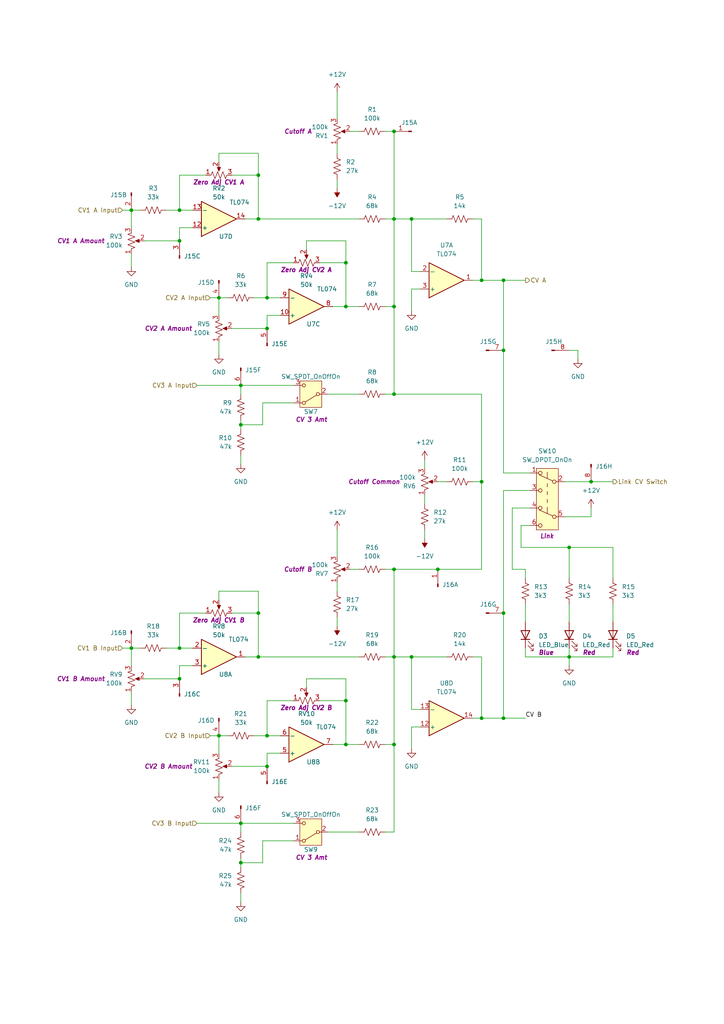
<source format=kicad_sch>
(kicad_sch (version 20231120) (generator "eeschema") (generator_version "8.0")
  (paper "A4" portrait)
  (title_block (company "DMH Instruments") (comment 1 "PCB for 15cm Kosmo format synthesizer module"))
  (lib_symbols
    (symbol "Amplifier_Operational:TL074" (pin_names (offset 0.127))
      (property "Reference" "U" (at 0 5.08 0))
      (property "Value" "TL074" (at 0 -5.08 0))
      (symbol "TL074_1_1"
        (polyline (pts (xy -5.08 5.08) (xy 5.08 0) (xy -5.08 -5.08) (xy -5.08 5.08)) (stroke (width 0.254)) (fill (type background)))
        (pin output line (at 7.62 0 180) (length 2.54) (name "~") (number "1"))
        (pin input line (at -7.62 -2.54 0) (length 2.54) (name "-") (number "2"))
        (pin input line (at -7.62 2.54 0) (length 2.54) (name "+") (number "3"))
      )
      (symbol "TL074_2_1"
        (polyline (pts (xy -5.08 5.08) (xy 5.08 0) (xy -5.08 -5.08) (xy -5.08 5.08)) (stroke (width 0.254)) (fill (type background)))
        (pin input line (at -7.62 2.54 0) (length 2.54) (name "+") (number "5"))
        (pin input line (at -7.62 -2.54 0) (length 2.54) (name "-") (number "6"))
        (pin output line (at 7.62 0 180) (length 2.54) (name "~") (number "7"))
      )
      (symbol "TL074_3_1"
        (polyline (pts (xy -5.08 5.08) (xy 5.08 0) (xy -5.08 -5.08) (xy -5.08 5.08)) (stroke (width 0.254)) (fill (type background)))
        (pin input line (at -7.62 2.54 0) (length 2.54) (name "+") (number "10"))
        (pin output line (at 7.62 0 180) (length 2.54) (name "~") (number "8"))
        (pin input line (at -7.62 -2.54 0) (length 2.54) (name "-") (number "9"))
      )
      (symbol "TL074_4_1"
        (polyline (pts (xy -5.08 5.08) (xy 5.08 0) (xy -5.08 -5.08) (xy -5.08 5.08)) (stroke (width 0.254)) (fill (type background)))
        (pin input line (at -7.62 2.54 0) (length 2.54) (name "+") (number "12"))
        (pin input line (at -7.62 -2.54 0) (length 2.54) (name "-") (number "13"))
        (pin output line (at 7.62 0 180) (length 2.54) (name "~") (number "14"))
      )
      (symbol "TL074_5_1"
        (pin power_in line (at -2.54 -7.62 90) (length 3.81) (name "V-") (number "11"))
        (pin power_in line (at -2.54 7.62 270) (length 3.81) (name "V+") (number "4"))
      )
    )
    (symbol "Device:LED" (pin_numbers hide) (pin_names (offset 1.016) hide)
      (property "Reference" "D" (at 0 2.54 0))
      (property "Value" "LED" (at 0 -2.54 0))
      (symbol "LED_0_1"
        (polyline (pts (xy -1.27 -1.27) (xy -1.27 1.27)) (stroke (width 0.254)))
        (polyline (pts (xy -1.27 0) (xy 1.27 0)))
        (polyline (pts (xy 1.27 -1.27) (xy 1.27 1.27) (xy -1.27 0) (xy 1.27 -1.27)) (stroke (width 0.254)))
        (polyline (pts (xy -3.048 -0.762) (xy -4.572 -2.286) (xy -3.81 -2.286) (xy -4.572 -2.286) (xy -4.572 -1.524)))
        (polyline (pts (xy -1.778 -0.762) (xy -3.302 -2.286) (xy -2.54 -2.286) (xy -3.302 -2.286) (xy -3.302 -1.524)))
      )
      (symbol "LED_1_1"
        (pin passive line (at -3.81 0 0) (length 2.54) (name "K") (number "1"))
        (pin passive line (at 3.81 0 180) (length 2.54) (name "A") (number "2"))
      )
    )
    (symbol "Device:R_Potentiometer_US" (pin_names (offset 1.016) hide)
      (property "Reference" "RV" (at -4.445 0 90))
      (property "Value" "R_Potentiometer_US" (at -2.54 0 90))
      (symbol "R_Potentiometer_US_0_1"
        (polyline (pts (xy 0 -2.286) (xy 0 -2.54)))
        (polyline (pts (xy 0 2.54) (xy 0 2.286)))
        (polyline (pts (xy 2.54 0) (xy 1.524 0)))
        (polyline (pts (xy 1.143 0) (xy 2.286 0.508) (xy 2.286 -0.508) (xy 1.143 0)) (fill (type outline)))
        (polyline (pts (xy 0 -0.762) (xy 1.016 -1.143) (xy 0 -1.524) (xy -1.016 -1.905) (xy 0 -2.286)))
        (polyline (pts (xy 0 0.762) (xy 1.016 0.381) (xy 0 0) (xy -1.016 -0.381) (xy 0 -0.762)))
        (polyline (pts (xy 0 2.286) (xy 1.016 1.905) (xy 0 1.524) (xy -1.016 1.143) (xy 0 0.762)))
      )
      (symbol "R_Potentiometer_US_1_1"
        (pin passive line (at 0 3.81 270) (length 1.27) (name "1") (number "1"))
        (pin passive line (at 3.81 0 180) (length 1.27) (name "2") (number "2"))
        (pin passive line (at 0 -3.81 90) (length 1.27) (name "3") (number "3"))
      )
    )
    (symbol "Device:R_US" (pin_numbers hide) (pin_names (offset 0))
      (property "Reference" "R" (at 2.54 0 90))
      (property "Value" "R_US" (at -2.54 0 90))
      (symbol "R_US_0_1"
        (polyline (pts (xy 0 -2.286) (xy 0 -2.54)))
        (polyline (pts (xy 0 2.286) (xy 0 2.54)))
        (polyline (pts (xy 0 -0.762) (xy 1.016 -1.143) (xy 0 -1.524) (xy -1.016 -1.905) (xy 0 -2.286)))
        (polyline (pts (xy 0 0.762) (xy 1.016 0.381) (xy 0 0) (xy -1.016 -0.381) (xy 0 -0.762)))
        (polyline (pts (xy 0 2.286) (xy 1.016 1.905) (xy 0 1.524) (xy -1.016 1.143) (xy 0 0.762)))
      )
      (symbol "R_US_1_1"
        (pin passive line (at 0 3.81 270) (length 1.27) (name "~") (number "1"))
        (pin passive line (at 0 -3.81 90) (length 1.27) (name "~") (number "2"))
      )
    )
    (symbol "Switch:SW_SPDT" (pin_names (offset 0) hide)
      (property "Reference" "SW" (at 0 5.08 0))
      (property "Value" "SW_SPDT" (at 0 -5.08 0))
      (symbol "SW_SPDT_0_1"
        (circle (center -2.032 0) (radius 0.4572))
        (polyline (pts (xy -1.651 0.254) (xy 1.651 2.286)))
        (circle (center 2.032 -2.54) (radius 0.4572))
        (circle (center 2.032 2.54) (radius 0.4572))
      )
      (symbol "SW_SPDT_1_1"
        (rectangle (start -3.175 3.81) (end 3.175 -3.81) (fill (type background)))
        (pin passive line (at 5.08 2.54 180) (length 2.54) (name "A") (number "1"))
        (pin passive line (at -5.08 0 0) (length 2.54) (name "B") (number "2"))
        (pin passive line (at 5.08 -2.54 180) (length 2.54) (name "C") (number "3"))
      )
    )
    (symbol "SynthStuff:Conn_01x08_PinHeader" (pin_names (offset 1.016) hide)
      (property "Reference" "J" (at 0 2.54 0))
      (symbol "Conn_01x08_PinHeader_1_1"
        (polyline (pts (xy 1.27 0) (xy 0.8636 0)) (stroke (width 0.1524)))
        (rectangle (start 0.8636 0.127) (end 0 -0.127) (stroke (width 0.1524)) (fill (type outline)))
        (pin passive line (at 5.08 0 180) (length 3.81) (name "Pin_1") (number "1"))
      )
      (symbol "Conn_01x08_PinHeader_2_1"
        (polyline (pts (xy 1.27 0) (xy 0.8636 0)) (stroke (width 0.1524)))
        (rectangle (start 0.8636 0.127) (end 0 -0.127) (stroke (width 0.1524)) (fill (type outline)))
        (pin passive line (at 5.08 0 180) (length 3.81) (name "Pin_2") (number "2"))
      )
      (symbol "Conn_01x08_PinHeader_3_1"
        (polyline (pts (xy 1.27 0) (xy 0.8636 0)) (stroke (width 0.1524)))
        (rectangle (start 0.8636 0.127) (end 0 -0.127) (stroke (width 0.1524)) (fill (type outline)))
        (pin passive line (at 5.08 0 180) (length 3.81) (name "Pin_3") (number "3"))
      )
      (symbol "Conn_01x08_PinHeader_4_1"
        (polyline (pts (xy 1.27 0) (xy 0.8636 0)) (stroke (width 0.1524)))
        (rectangle (start 0.8636 0.127) (end 0 -0.127) (stroke (width 0.1524)) (fill (type outline)))
        (pin passive line (at 5.08 0 180) (length 3.81) (name "Pin_4") (number "4"))
      )
      (symbol "Conn_01x08_PinHeader_5_1"
        (polyline (pts (xy 1.27 0) (xy 0.8636 0)) (stroke (width 0.1524)))
        (rectangle (start 0.8636 0.127) (end 0 -0.127) (stroke (width 0.1524)) (fill (type outline)))
        (pin passive line (at 5.08 0 180) (length 3.81) (name "Pin_5") (number "5"))
      )
      (symbol "Conn_01x08_PinHeader_6_1"
        (polyline (pts (xy 1.27 0) (xy 0.8636 0)) (stroke (width 0.1524)))
        (rectangle (start 0.8636 0.127) (end 0 -0.127) (stroke (width 0.1524)) (fill (type outline)))
        (pin passive line (at 5.08 0 180) (length 3.81) (name "Pin_6") (number "6"))
      )
      (symbol "Conn_01x08_PinHeader_7_1"
        (polyline (pts (xy 1.27 0) (xy 0.8636 0)) (stroke (width 0.1524)))
        (rectangle (start 0.8636 0.127) (end 0 -0.127) (stroke (width 0.1524)) (fill (type outline)))
        (pin passive line (at 5.08 0 180) (length 3.81) (name "Pin_7") (number "7"))
      )
      (symbol "Conn_01x08_PinHeader_8_1"
        (polyline (pts (xy 1.27 0) (xy 0.8636 0)) (stroke (width 0.1524)))
        (rectangle (start 0.8636 0.127) (end 0 -0.127) (stroke (width 0.1524)) (fill (type outline)))
        (pin passive line (at 5.08 0 180) (length 3.81) (name "Pin_8") (number "8"))
      )
    )
    (symbol "SynthStuff:Switch_DPDT" (pin_names (offset 0) hide)
      (property "Reference" "SW" (at 0 -13.97 0))
      (property "Value" "SW_DPDT" (at 0 -11.43 0))
      (symbol "Switch_DPDT_0_0"
        (circle (center -2.032 -5.08) (radius 0.508))
        (circle (center -2.032 5.08) (radius 0.508))
        (circle (center 2.032 -7.62) (radius 0.508))
        (circle (center 2.032 2.54) (radius 0.508))
      )
      (symbol "Switch_DPDT_0_1"
        (polyline (pts (xy -1.524 -4.826) (xy 2.3368 -3.0988)))
        (polyline (pts (xy -1.524 5.334) (xy 2.3368 7.0612)))
        (polyline (pts (xy 0 -2.286) (xy 0 -4.064)))
        (polyline (pts (xy 0 -1.016) (xy 0 0)))
        (polyline (pts (xy 0 1.27) (xy 0 2.286)))
        (polyline (pts (xy 0 3.556) (xy 0 4.572)))
        (polyline (pts (xy 0 7.874) (xy 0 6.096)))
        (circle (center 2.032 -2.54) (radius 0.508))
        (circle (center 2.032 7.62) (radius 0.508))
      )
      (symbol "Switch_DPDT_1_1"
        (rectangle (start -3.175 8.89) (end 3.175 -8.89) (fill (type background)))
        (pin passive line (at 5.08 7.62 180) (length 2.54) (name "A") (number "1"))
        (pin passive line (at -5.08 5.08 0) (length 2.54) (name "B") (number "2"))
        (pin passive line (at 5.08 2.54 180) (length 2.54) (name "C") (number "3"))
        (pin passive line (at 5.08 -2.54 180) (length 2.54) (name "A") (number "4"))
        (pin passive line (at -5.08 -5.08 0) (length 2.54) (name "B") (number "5"))
        (pin passive line (at 5.08 -7.62 180) (length 2.54) (name "C") (number "6"))
      )
    )
    (symbol "power:+12V" (power) (pin_numbers hide) (pin_names (offset 0) hide)
      (property "Value" "+12V" (at 0 3.556 0))
      (symbol "+12V_0_1"
        (polyline (pts (xy -0.762 1.27) (xy 0 2.54)))
        (polyline (pts (xy 0 0) (xy 0 2.54)))
        (polyline (pts (xy 0 2.54) (xy 0.762 1.27)))
      )
      (symbol "+12V_1_1"
        (pin power_in line (at 0 0 90) (length 0) (name "~") (number "1"))
      )
    )
    (symbol "power:-12V" (power) (pin_numbers hide) (pin_names (offset 0) hide)
      (property "Value" "-12V" (at 0 3.556 0))
      (symbol "-12V_0_0"
        (pin power_in line (at 0 0 90) (length 0) (name "~") (number "1"))
      )
      (symbol "-12V_0_1"
        (polyline (pts (xy 0 0) (xy 0 1.27) (xy 0.762 1.27) (xy 0 2.54) (xy -0.762 1.27) (xy 0 1.27)) (fill (type outline)))
      )
    )
    (symbol "power:GND" (power) (pin_numbers hide) (pin_names (offset 0) hide)
      (property "Value" "GND" (at 0 -3.81 0))
      (symbol "GND_0_1"
        (polyline (pts (xy 0 0) (xy 0 -1.27) (xy 1.27 -1.27) (xy 0 -2.54) (xy -1.27 -1.27) (xy 0 -1.27)))
      )
      (symbol "GND_1_1"
        (pin power_in line (at 0 0 270) (length 0) (name "~") (number "1"))
      )
    )
  )
  (junction (at 74.93 190.5))
  (junction (at 114.3 63.5))
  (junction (at 119.38 190.5))
  (junction (at 146.05 208.28))
  (junction (at 69.85 123.19))
  (junction (at 52.07 196.85))
  (junction (at 100.33 203.2))
  (junction (at 63.5 86.36))
  (junction (at 38.1 60.96))
  (junction (at 100.33 215.9))
  (junction (at 38.1 187.96))
  (junction (at 74.93 177.8))
  (junction (at 69.85 111.76))
  (junction (at 74.93 50.8))
  (junction (at 114.3 114.3))
  (junction (at 114.3 38.1))
  (junction (at 114.3 190.5))
  (junction (at 69.85 238.76))
  (junction (at 63.5 213.36))
  (junction (at 139.7 208.28))
  (junction (at 146.05 177.8))
  (junction (at 165.1 158.75))
  (junction (at 146.05 81.28))
  (junction (at 171.45 139.7))
  (junction (at 77.47 95.25))
  (junction (at 139.7 139.7))
  (junction (at 114.3 215.9))
  (junction (at 114.3 88.9))
  (junction (at 77.47 222.25))
  (junction (at 127 165.1))
  (junction (at 100.33 88.9))
  (junction (at 100.33 76.2))
  (junction (at 52.07 60.96))
  (junction (at 114.3 165.1))
  (junction (at 165.1 190.5))
  (junction (at 74.93 63.5))
  (junction (at 52.07 187.96))
  (junction (at 52.07 69.85))
  (junction (at 119.38 63.5))
  (junction (at 139.7 81.28))
  (junction (at 77.47 86.36))
  (junction (at 146.05 101.6))
  (junction (at 69.85 250.19))
  (junction (at 77.47 213.36))
  (wire (pts (xy 88.9 69.85) (xy 100.33 69.85)))
  (wire (pts (xy 88.9 196.85) (xy 100.33 196.85)))
  (wire (pts (xy 100.33 69.85) (xy 100.33 76.2)))
  (wire (pts (xy 77.47 213.36) (xy 81.28 213.36)))
  (wire (pts (xy 41.91 196.85) (xy 52.07 196.85)))
  (wire (pts (xy 69.85 238.76) (xy 69.85 241.3)))
  (wire (pts (xy 97.79 179.07) (xy 97.79 181.61)))
  (wire (pts (xy 152.4 187.96) (xy 152.4 190.5)))
  (wire (pts (xy 35.56 187.96) (xy 38.1 187.96)))
  (wire (pts (xy 76.2 116.84) (xy 76.2 123.19)))
  (wire (pts (xy 146.05 81.28) (xy 152.4 81.28)))
  (wire (pts (xy 92.71 203.2) (xy 100.33 203.2)))
  (wire (pts (xy 146.05 81.28) (xy 146.05 101.6)))
  (wire (pts (xy 153.67 152.4) (xy 151.13 152.4)))
  (wire (pts (xy 127 139.7) (xy 129.54 139.7)))
  (wire (pts (xy 163.83 139.7) (xy 171.45 139.7)))
  (wire (pts (xy 67.31 50.8) (xy 74.93 50.8)))
  (wire (pts (xy 139.7 208.28) (xy 137.16 208.28)))
  (wire (pts (xy 77.47 203.2) (xy 77.47 213.36)))
  (wire (pts (xy 100.33 88.9) (xy 104.14 88.9)))
  (wire (pts (xy 139.7 208.28) (xy 146.05 208.28)))
  (wire (pts (xy 41.91 69.85) (xy 52.07 69.85)))
  (wire (pts (xy 146.05 208.28) (xy 152.4 208.28)))
  (wire (pts (xy 67.31 222.25) (xy 77.47 222.25)))
  (wire (pts (xy 121.92 83.82) (xy 119.38 83.82)))
  (wire (pts (xy 38.1 193.04) (xy 38.1 187.96)))
  (wire (pts (xy 74.93 63.5) (xy 71.12 63.5)))
  (wire (pts (xy 38.1 187.96) (xy 40.64 187.96)))
  (wire (pts (xy 38.1 73.66) (xy 38.1 77.47)))
  (wire (pts (xy 137.16 190.5) (xy 139.7 190.5)))
  (wire (pts (xy 139.7 139.7) (xy 139.7 165.1)))
  (wire (pts (xy 52.07 66.04) (xy 55.88 66.04)))
  (wire (pts (xy 177.8 158.75) (xy 177.8 167.64)))
  (wire (pts (xy 119.38 205.74) (xy 121.92 205.74)))
  (wire (pts (xy 77.47 222.25) (xy 77.47 218.44)))
  (wire (pts (xy 97.79 41.91) (xy 97.79 44.45)))
  (wire (pts (xy 77.47 86.36) (xy 81.28 86.36)))
  (wire (pts (xy 111.76 190.5) (xy 114.3 190.5)))
  (wire (pts (xy 97.79 52.07) (xy 97.79 54.61)))
  (wire (pts (xy 165.1 190.5) (xy 165.1 193.04)))
  (wire (pts (xy 139.7 165.1) (xy 127 165.1)))
  (wire (pts (xy 114.3 215.9) (xy 114.3 241.3)))
  (wire (pts (xy 48.26 187.96) (xy 52.07 187.96)))
  (wire (pts (xy 35.56 60.96) (xy 38.1 60.96)))
  (wire (pts (xy 76.2 243.84) (xy 85.09 243.84)))
  (wire (pts (xy 69.85 121.92) (xy 69.85 123.19)))
  (wire (pts (xy 111.76 114.3) (xy 114.3 114.3)))
  (wire (pts (xy 76.2 250.19) (xy 69.85 250.19)))
  (wire (pts (xy 97.79 168.91) (xy 97.79 171.45)))
  (wire (pts (xy 52.07 50.8) (xy 52.07 60.96)))
  (wire (pts (xy 52.07 50.8) (xy 59.69 50.8)))
  (wire (pts (xy 52.07 177.8) (xy 59.69 177.8)))
  (wire (pts (xy 165.1 187.96) (xy 165.1 190.5)))
  (wire (pts (xy 76.2 123.19) (xy 69.85 123.19)))
  (wire (pts (xy 74.93 44.45) (xy 74.93 50.8)))
  (wire (pts (xy 69.85 111.76) (xy 69.85 114.3)))
  (wire (pts (xy 63.5 173.99) (xy 63.5 171.45)))
  (wire (pts (xy 165.1 158.75) (xy 165.1 167.64)))
  (wire (pts (xy 69.85 238.76) (xy 85.09 238.76)))
  (wire (pts (xy 88.9 199.39) (xy 88.9 196.85)))
  (wire (pts (xy 165.1 190.5) (xy 177.8 190.5)))
  (wire (pts (xy 97.79 26.67) (xy 97.79 34.29)))
  (wire (pts (xy 38.1 60.96) (xy 38.1 66.04)))
  (wire (pts (xy 85.09 203.2) (xy 77.47 203.2)))
  (wire (pts (xy 88.9 72.39) (xy 88.9 69.85)))
  (wire (pts (xy 139.7 81.28) (xy 137.16 81.28)))
  (wire (pts (xy 67.31 177.8) (xy 74.93 177.8)))
  (wire (pts (xy 100.33 196.85) (xy 100.33 203.2)))
  (wire (pts (xy 177.8 187.96) (xy 177.8 190.5)))
  (wire (pts (xy 63.5 99.06) (xy 63.5 102.87)))
  (wire (pts (xy 73.66 213.36) (xy 77.47 213.36)))
  (wire (pts (xy 63.5 226.06) (xy 63.5 229.87)))
  (wire (pts (xy 148.59 165.1) (xy 152.4 165.1)))
  (wire (pts (xy 63.5 86.36) (xy 66.04 86.36)))
  (wire (pts (xy 114.3 38.1) (xy 114.3 63.5)))
  (wire (pts (xy 63.5 44.45) (xy 74.93 44.45)))
  (wire (pts (xy 63.5 218.44) (xy 63.5 213.36)))
  (wire (pts (xy 92.71 76.2) (xy 100.33 76.2)))
  (wire (pts (xy 111.76 38.1) (xy 114.3 38.1)))
  (wire (pts (xy 123.19 133.35) (xy 123.19 135.89)))
  (wire (pts (xy 77.47 76.2) (xy 77.47 86.36)))
  (wire (pts (xy 123.19 153.67) (xy 123.19 156.21)))
  (wire (pts (xy 96.52 88.9) (xy 100.33 88.9)))
  (wire (pts (xy 146.05 208.28) (xy 146.05 177.8)))
  (wire (pts (xy 171.45 149.86) (xy 163.83 149.86)))
  (wire (pts (xy 114.3 63.5) (xy 114.3 88.9)))
  (wire (pts (xy 127 165.1) (xy 114.3 165.1)))
  (wire (pts (xy 123.19 143.51) (xy 123.19 146.05)))
  (wire (pts (xy 74.93 63.5) (xy 104.14 63.5)))
  (wire (pts (xy 101.6 38.1) (xy 104.14 38.1)))
  (wire (pts (xy 121.92 210.82) (xy 119.38 210.82)))
  (wire (pts (xy 152.4 175.26) (xy 152.4 180.34)))
  (wire (pts (xy 85.09 76.2) (xy 77.47 76.2)))
  (wire (pts (xy 151.13 158.75) (xy 165.1 158.75)))
  (wire (pts (xy 52.07 60.96) (xy 55.88 60.96)))
  (wire (pts (xy 146.05 142.24) (xy 153.67 142.24)))
  (wire (pts (xy 74.93 190.5) (xy 104.14 190.5)))
  (wire (pts (xy 177.8 175.26) (xy 177.8 180.34)))
  (wire (pts (xy 152.4 190.5) (xy 165.1 190.5)))
  (wire (pts (xy 95.25 241.3) (xy 104.14 241.3)))
  (wire (pts (xy 52.07 69.85) (xy 52.07 66.04)))
  (wire (pts (xy 69.85 259.08) (xy 69.85 261.62)))
  (wire (pts (xy 67.31 95.25) (xy 77.47 95.25)))
  (wire (pts (xy 139.7 190.5) (xy 139.7 208.28)))
  (wire (pts (xy 57.15 111.76) (xy 69.85 111.76)))
  (wire (pts (xy 165.1 175.26) (xy 165.1 180.34)))
  (wire (pts (xy 167.64 101.6) (xy 167.64 104.14)))
  (wire (pts (xy 139.7 63.5) (xy 139.7 81.28)))
  (wire (pts (xy 38.1 200.66) (xy 38.1 204.47)))
  (wire (pts (xy 171.45 147.32) (xy 171.45 149.86)))
  (wire (pts (xy 119.38 78.74) (xy 121.92 78.74)))
  (wire (pts (xy 153.67 147.32) (xy 148.59 147.32)))
  (wire (pts (xy 137.16 63.5) (xy 139.7 63.5)))
  (wire (pts (xy 63.5 91.44) (xy 63.5 86.36)))
  (wire (pts (xy 111.76 63.5) (xy 114.3 63.5)))
  (wire (pts (xy 152.4 165.1) (xy 152.4 167.64)))
  (wire (pts (xy 119.38 190.5) (xy 119.38 205.74)))
  (wire (pts (xy 114.3 88.9) (xy 114.3 114.3)))
  (wire (pts (xy 111.76 241.3) (xy 114.3 241.3)))
  (wire (pts (xy 100.33 203.2) (xy 100.33 215.9)))
  (wire (pts (xy 74.93 177.8) (xy 74.93 190.5)))
  (wire (pts (xy 101.6 165.1) (xy 104.14 165.1)))
  (wire (pts (xy 57.15 238.76) (xy 69.85 238.76)))
  (wire (pts (xy 63.5 46.99) (xy 63.5 44.45)))
  (wire (pts (xy 69.85 111.76) (xy 85.09 111.76)))
  (wire (pts (xy 76.2 243.84) (xy 76.2 250.19)))
  (wire (pts (xy 74.93 190.5) (xy 71.12 190.5)))
  (wire (pts (xy 139.7 114.3) (xy 139.7 139.7)))
  (wire (pts (xy 165.1 101.6) (xy 167.64 101.6)))
  (wire (pts (xy 77.47 91.44) (xy 81.28 91.44)))
  (wire (pts (xy 97.79 153.67) (xy 97.79 161.29)))
  (wire (pts (xy 77.47 95.25) (xy 77.47 91.44)))
  (wire (pts (xy 69.85 123.19) (xy 69.85 124.46)))
  (wire (pts (xy 165.1 158.75) (xy 177.8 158.75)))
  (wire (pts (xy 69.85 250.19) (xy 69.85 251.46)))
  (wire (pts (xy 111.76 88.9) (xy 114.3 88.9)))
  (wire (pts (xy 95.25 114.3) (xy 104.14 114.3)))
  (wire (pts (xy 60.96 213.36) (xy 63.5 213.36)))
  (wire (pts (xy 100.33 76.2) (xy 100.33 88.9)))
  (wire (pts (xy 171.45 139.7) (xy 177.8 139.7)))
  (wire (pts (xy 111.76 215.9) (xy 114.3 215.9)))
  (wire (pts (xy 77.47 218.44) (xy 81.28 218.44)))
  (wire (pts (xy 85.09 116.84) (xy 76.2 116.84)))
  (wire (pts (xy 153.67 137.16) (xy 146.05 137.16)))
  (wire (pts (xy 52.07 177.8) (xy 52.07 187.96)))
  (wire (pts (xy 69.85 248.92) (xy 69.85 250.19)))
  (wire (pts (xy 119.38 63.5) (xy 119.38 78.74)))
  (wire (pts (xy 146.05 101.6) (xy 146.05 137.16)))
  (wire (pts (xy 38.1 60.96) (xy 40.64 60.96)))
  (wire (pts (xy 148.59 147.32) (xy 148.59 165.1)))
  (wire (pts (xy 74.93 50.8) (xy 74.93 63.5)))
  (wire (pts (xy 63.5 171.45) (xy 74.93 171.45)))
  (wire (pts (xy 96.52 215.9) (xy 100.33 215.9)))
  (wire (pts (xy 114.3 190.5) (xy 114.3 215.9)))
  (wire (pts (xy 69.85 132.08) (xy 69.85 134.62)))
  (wire (pts (xy 139.7 81.28) (xy 146.05 81.28)))
  (wire (pts (xy 60.96 86.36) (xy 63.5 86.36)))
  (wire (pts (xy 119.38 83.82) (xy 119.38 90.17)))
  (wire (pts (xy 129.54 190.5) (xy 119.38 190.5)))
  (wire (pts (xy 137.16 139.7) (xy 139.7 139.7)))
  (wire (pts (xy 119.38 210.82) (xy 119.38 217.17)))
  (wire (pts (xy 73.66 86.36) (xy 77.47 86.36)))
  (wire (pts (xy 114.3 190.5) (xy 119.38 190.5)))
  (wire (pts (xy 63.5 213.36) (xy 66.04 213.36)))
  (wire (pts (xy 52.07 187.96) (xy 55.88 187.96)))
  (wire (pts (xy 114.3 114.3) (xy 139.7 114.3)))
  (wire (pts (xy 111.76 165.1) (xy 114.3 165.1)))
  (wire (pts (xy 74.93 171.45) (xy 74.93 177.8)))
  (wire (pts (xy 114.3 63.5) (xy 119.38 63.5)))
  (wire (pts (xy 151.13 152.4) (xy 151.13 158.75)))
  (wire (pts (xy 100.33 215.9) (xy 104.14 215.9)))
  (wire (pts (xy 48.26 60.96) (xy 52.07 60.96)))
  (wire (pts (xy 114.3 165.1) (xy 114.3 190.5)))
  (wire (pts (xy 52.07 193.04) (xy 55.88 193.04)))
  (wire (pts (xy 146.05 177.8) (xy 146.05 142.24)))
  (wire (pts (xy 52.07 196.85) (xy 52.07 193.04)))
  (wire (pts (xy 129.54 63.5) (xy 119.38 63.5)))
  (label "CV B" (at 152.4 208.28 0))
  (hierarchical_label "CV1 B Input" (shape input) (at 35.56 187.96 180))
  (hierarchical_label "CV1 A Input" (shape input) (at 35.56 60.96 180))
  (hierarchical_label "CV A" (shape output) (at 152.4 81.28 0))
  (hierarchical_label "CV2 B Input" (shape input) (at 60.96 213.36 180))
  (hierarchical_label "CV3 B Input" (shape input) (at 57.15 238.76 180))
  (hierarchical_label "Link CV Switch" (shape output) (at 177.8 139.7 0))
  (hierarchical_label "CV2 A Input" (shape input) (at 60.96 86.36 180))
  (hierarchical_label "CV3 A Input" (shape input) (at 57.15 111.76 180))
  (symbol (lib_id "Device:R_US") (at 177.8 171.45 0) (unit 1)
    (property "Reference" "R15" (at 180.34 170.1799 0) (effects (justify left)))
    (property "Value" "3k3" (at 180.34 172.7199 0) (effects (justify left)))
    (property "Footprint" "Resistor_THT:R_Axial_DIN0207_L6.3mm_D2.5mm_P7.62mm_Horizontal" (effects (hide yes)))
    (property "Description" "Resistor, US symbol" (effects (hide yes)))
  )
  (symbol (lib_id "power:GND") (at 63.5 102.87 0) (unit 1)
    (property "Reference" "#PWR019" (effects (hide yes)))
    (property "Value" "GND" (at 63.5 107.95 0))
    (property "Description" "Power symbol creates a global label with name \"GND\" , ground" (effects (hide yes)))
  )
  (symbol (lib_id "power:+12V") (at 171.45 147.32 0) (unit 1)
    (property "Reference" "#PWR022" (effects (hide yes)))
    (property "Value" "+12V" (at 171.45 142.24 0))
    (property "Description" "Power symbol creates a global label with name \"+12V\"" (effects (hide yes)))
  )
  (symbol (lib_id "SynthStuff:Conn_01x08_PinHeader") (at 69.85 106.68 270) (unit 6)
    (property "Reference" "J15" (at 71.12 107.3149 90) (effects (justify left)))
    (property "Value" "Conn_01x08_PinHeader" (effects (hide yes)))
    (property "Footprint" "Connector_PinHeader_2.54mm:PinHeader_1x10_P2.54mm_Vertical" (effects (hide yes)))
    (property "Description" "Generic connector, single row, 01x08" (effects (hide yes)))
  )
  (symbol (lib_id "SynthStuff:Conn_01x08_PinHeader") (at 63.5 81.28 270) (unit 4)
    (property "Reference" "J15" (at 62.23 81.9149 90) (effects (justify right)))
    (property "Value" "Conn_01x08_PinHeader" (effects (hide yes)))
    (property "Footprint" "Connector_PinHeader_2.54mm:PinHeader_1x10_P2.54mm_Vertical" (effects (hide yes)))
    (property "Description" "Generic connector, single row, 01x08" (effects (hide yes)))
  )
  (symbol (lib_id "SynthStuff:Conn_01x08_PinHeader") (at 119.38 38.1 180) (unit 1)
    (property "Reference" "J15" (at 118.745 35.56 0))
    (property "Value" "Conn_01x08_PinHeader" (effects (hide yes)))
    (property "Footprint" "Connector_PinHeader_2.54mm:PinHeader_1x10_P2.54mm_Vertical" (effects (hide yes)))
    (property "Description" "Generic connector, single row, 01x08" (effects (hide yes)))
  )
  (symbol (lib_id "Device:R_US") (at 97.79 175.26 0) (unit 1)
    (property "Reference" "R17" (at 100.33 173.9899 0) (effects (justify left)))
    (property "Value" "27k" (at 100.33 176.5299 0) (effects (justify left)))
    (property "Footprint" "Resistor_THT:R_Axial_DIN0207_L6.3mm_D2.5mm_P7.62mm_Horizontal" (effects (hide yes)))
    (property "Description" "Resistor, US symbol" (effects (hide yes)))
  )
  (symbol (lib_id "SynthStuff:Conn_01x08_PinHeader") (at 160.02 101.6 0) (unit 8)
    (property "Reference" "J15" (at 160.655 99.06 0))
    (property "Value" "Conn_01x08_PinHeader" (effects (hide yes)))
    (property "Footprint" "Connector_PinHeader_2.54mm:PinHeader_1x10_P2.54mm_Vertical" (effects (hide yes)))
    (property "Description" "Generic connector, single row, 01x08" (effects (hide yes)))
  )
  (symbol (lib_id "power:GND") (at 119.38 217.17 0) (unit 1)
    (property "Reference" "#PWR028" (effects (hide yes)))
    (property "Value" "GND" (at 119.38 222.25 0))
    (property "Description" "Power symbol creates a global label with name \"GND\" , ground" (effects (hide yes)))
  )
  (symbol (lib_id "Device:R_US") (at 107.95 165.1 90) (unit 1)
    (property "Reference" "R16" (at 107.95 158.75 90))
    (property "Value" "100k" (at 107.95 161.29 90))
    (property "Footprint" "Resistor_THT:R_Axial_DIN0207_L6.3mm_D2.5mm_P7.62mm_Horizontal" (effects (hide yes)))
    (property "Description" "Resistor, US symbol" (effects (hide yes)))
  )
  (symbol (lib_id "Device:R_US") (at 165.1 171.45 0) (unit 1)
    (property "Reference" "R14" (at 167.64 170.1799 0) (effects (justify left)))
    (property "Value" "3k3" (at 167.64 172.7199 0) (effects (justify left)))
    (property "Footprint" "Resistor_THT:R_Axial_DIN0207_L6.3mm_D2.5mm_P7.62mm_Horizontal" (effects (hide yes)))
    (property "Description" "Resistor, US symbol" (effects (hide yes)))
  )
  (symbol (lib_id "Device:R_Potentiometer_US") (at 123.19 139.7 0) (mirror x) (unit 1)
    (property "Reference" "RV6" (at 120.65 140.9701 0) (effects (justify right)))
    (property "Value" "100k" (at 120.65 138.4301 0) (effects (justify right)))
    (property "Footprint" "SynthStuff:Potentiometer_Alpha_RD901F-40-00D_Single_Vertical" (effects (hide yes)))
    (property "Description" "Potentiometer, US symbol" (effects (hide yes)))
    (property "Function" "Cutoff Common" (at 108.458 139.7 0) (effects (font (thickness 0.254) (bold yes) (italic yes))))
  )
  (symbol (lib_id "power:GND") (at 63.5 229.87 0) (unit 1)
    (property "Reference" "#PWR029" (effects (hide yes)))
    (property "Value" "GND" (at 63.5 234.95 0))
    (property "Description" "Power symbol creates a global label with name \"GND\" , ground" (effects (hide yes)))
  )
  (symbol (lib_id "power:GND") (at 38.1 77.47 0) (unit 1)
    (property "Reference" "#PWR011" (effects (hide yes)))
    (property "Value" "GND" (at 38.1 82.55 0))
    (property "Description" "Power symbol creates a global label with name \"GND\" , ground" (effects (hide yes)))
  )
  (symbol (lib_id "Device:R_US") (at 107.95 63.5 90) (unit 1)
    (property "Reference" "R4" (at 107.95 57.15 90))
    (property "Value" "68k" (at 107.95 59.69 90))
    (property "Footprint" "Resistor_THT:R_Axial_DIN0207_L6.3mm_D2.5mm_P7.62mm_Horizontal" (effects (hide yes)))
    (property "Description" "Resistor, US symbol" (effects (hide yes)))
  )
  (symbol (lib_id "Device:R_Potentiometer_US") (at 88.9 203.2 90) (unit 1)
    (property "Reference" "RV10" (at 88.9 207.01 90))
    (property "Value" "50k" (at 88.9 209.55 90))
    (property "Footprint" "Potentiometer_THT:Potentiometer_Bourns_3296W_Vertical" (effects (hide yes)))
    (property "Description" "Potentiometer, US symbol" (effects (hide yes)))
    (property "Function" "Zero Adj CV2 B" (at 88.9 205.232 90) (effects (font (thickness 0.254) (bold yes) (italic yes))))
  )
  (symbol (lib_id "power:GND") (at 69.85 134.62 0) (unit 1)
    (property "Reference" "#PWR021" (effects (hide yes)))
    (property "Value" "GND" (at 69.85 139.7 0))
    (property "Description" "Power symbol creates a global label with name \"GND\" , ground" (effects (hide yes)))
  )
  (symbol (lib_id "Device:R_US") (at 107.95 114.3 270) (unit 1)
    (property "Reference" "R8" (at 107.95 107.95 90))
    (property "Value" "68k" (at 107.95 110.49 90))
    (property "Footprint" "Resistor_THT:R_Axial_DIN0207_L6.3mm_D2.5mm_P7.62mm_Horizontal" (effects (hide yes)))
    (property "Description" "Resistor, US symbol" (effects (hide yes)))
  )
  (symbol (lib_id "Device:R_US") (at 69.85 86.36 90) (unit 1)
    (property "Reference" "R6" (at 69.85 80.01 90))
    (property "Value" "33k" (at 69.85 82.55 90))
    (property "Footprint" "Resistor_THT:R_Axial_DIN0207_L6.3mm_D2.5mm_P7.62mm_Horizontal" (effects (hide yes)))
    (property "Description" "Resistor, US symbol" (effects (hide yes)))
  )
  (symbol (lib_id "power:+12V") (at 123.19 133.35 0) (unit 1)
    (property "Reference" "#PWR020" (effects (hide yes)))
    (property "Value" "+12V" (at 123.19 128.27 0))
    (property "Description" "Power symbol creates a global label with name \"+12V\"" (effects (hide yes)))
  )
  (symbol (lib_id "SynthStuff:Conn_01x08_PinHeader") (at 140.97 101.6 0) (unit 7)
    (property "Reference" "J15" (at 141.605 99.06 0))
    (property "Value" "Conn_01x08_PinHeader" (effects (hide yes)))
    (property "Footprint" "Connector_PinHeader_2.54mm:PinHeader_1x10_P2.54mm_Vertical" (effects (hide yes)))
    (property "Description" "Generic connector, single row, 01x08" (effects (hide yes)))
  )
  (symbol (lib_id "Device:R_US") (at 97.79 48.26 0) (unit 1)
    (property "Reference" "R2" (at 100.33 46.9899 0) (effects (justify left)))
    (property "Value" "27k" (at 100.33 49.5299 0) (effects (justify left)))
    (property "Footprint" "Resistor_THT:R_Axial_DIN0207_L6.3mm_D2.5mm_P7.62mm_Horizontal" (effects (hide yes)))
    (property "Description" "Resistor, US symbol" (effects (hide yes)))
  )
  (symbol (lib_id "Device:R_US") (at 107.95 190.5 90) (unit 1)
    (property "Reference" "R19" (at 107.95 184.15 90))
    (property "Value" "68k" (at 107.95 186.69 90))
    (property "Footprint" "Resistor_THT:R_Axial_DIN0207_L6.3mm_D2.5mm_P7.62mm_Horizontal" (effects (hide yes)))
    (property "Description" "Resistor, US symbol" (effects (hide yes)))
  )
  (symbol (lib_id "power:GND") (at 119.38 90.17 0) (unit 1)
    (property "Reference" "#PWR012" (effects (hide yes)))
    (property "Value" "GND" (at 119.38 95.25 0))
    (property "Description" "Power symbol creates a global label with name \"GND\" , ground" (effects (hide yes)))
  )
  (symbol (lib_id "Device:R_US") (at 133.35 63.5 90) (unit 1)
    (property "Reference" "R5" (at 133.35 57.15 90))
    (property "Value" "14k" (at 133.35 59.69 90))
    (property "Footprint" "Resistor_THT:R_Axial_DIN0207_L6.3mm_D2.5mm_P7.62mm_Horizontal" (effects (hide yes)))
    (property "Description" "Resistor, US symbol" (effects (hide yes)))
  )
  (symbol (lib_id "Switch:SW_SPDT") (at 90.17 114.3 180) (unit 1)
    (property "Reference" "SW7" (at 90.17 119.38 0))
    (property "Value" "SW_SPDT_OnOffOn" (at 90.17 109.22 0))
    (property "Footprint" "SynthStuff:Toggle_Switch_TE" (effects (hide yes)))
    (property "Description" "Switch, single pole double throw" (effects (hide yes)))
    (property "Function" "CV 3 Amt" (at 90.424 121.666 0) (effects (font (thickness 0.254) (bold yes) (italic yes))))
  )
  (symbol (lib_id "Device:R_Potentiometer_US") (at 63.5 177.8 90) (unit 1)
    (property "Reference" "RV8" (at 63.5 181.61 90))
    (property "Value" "50k" (at 63.5 184.15 90))
    (property "Footprint" "Potentiometer_THT:Potentiometer_Bourns_3296W_Vertical" (effects (hide yes)))
    (property "Description" "Potentiometer, US symbol" (effects (hide yes)))
    (property "Function" "Zero Adj CV1 B" (at 63.5 179.832 90) (effects (font (thickness 0.254) (bold yes) (italic yes))))
  )
  (symbol (lib_id "power:GND") (at 69.85 261.62 0) (unit 1)
    (property "Reference" "#PWR030" (effects (hide yes)))
    (property "Value" "GND" (at 69.85 266.7 0))
    (property "Description" "Power symbol creates a global label with name \"GND\" , ground" (effects (hide yes)))
  )
  (symbol (lib_id "Device:R_Potentiometer_US") (at 63.5 222.25 0) (mirror x) (unit 1)
    (property "Reference" "RV11" (at 60.96 220.9799 0) (effects (justify right)))
    (property "Value" "100k" (at 60.96 223.5199 0) (effects (justify right)))
    (property "Footprint" "SynthStuff:Potentiometer_TT_P110KH1" (effects (hide yes)))
    (property "Description" "Potentiometer, US symbol" (effects (hide yes)))
    (property "Function" "CV2 B Amount" (at 48.768 222.25 0) (effects (font (thickness 0.254) (bold yes) (italic yes))))
  )
  (symbol (lib_id "Device:R_Potentiometer_US") (at 97.79 165.1 0) (mirror x) (unit 1)
    (property "Reference" "RV7" (at 95.25 166.3701 0) (effects (justify right)))
    (property "Value" "100k" (at 95.25 163.8301 0) (effects (justify right)))
    (property "Footprint" "SynthStuff:Potentiometer_Alpha_RD901F-40-00D_Single_Vertical" (effects (hide yes)))
    (property "Description" "Potentiometer, US symbol" (effects (hide yes)))
    (property "Function" "Cutoff B" (at 86.36 165.1 0) (effects (font (thickness 0.254) (bold yes) (italic yes))))
  )
  (symbol (lib_id "Device:R_US") (at 133.35 190.5 90) (unit 1)
    (property "Reference" "R20" (at 133.35 184.15 90))
    (property "Value" "14k" (at 133.35 186.69 90))
    (property "Footprint" "Resistor_THT:R_Axial_DIN0207_L6.3mm_D2.5mm_P7.62mm_Horizontal" (effects (hide yes)))
    (property "Description" "Resistor, US symbol" (effects (hide yes)))
  )
  (symbol (lib_id "Device:LED") (at 152.4 184.15 90) (unit 1)
    (property "Reference" "D3" (at 156.21 184.4674 90) (effects (justify right)))
    (property "Value" "LED_Blue" (at 156.21 187.0074 90) (effects (justify right)))
    (property "Footprint" "LED_THT:LED_D3.0mm" (effects (hide yes)))
    (property "Description" "Light emitting diode" (effects (hide yes)))
    (property "Function" "Blue" (at 158.496 189.23 90) (effects (font (thickness 0.254) (bold yes) (italic yes))))
  )
  (symbol (lib_id "Device:R_US") (at 44.45 60.96 90) (unit 1)
    (property "Reference" "R3" (at 44.45 54.61 90))
    (property "Value" "33k" (at 44.45 57.15 90))
    (property "Footprint" "Resistor_THT:R_Axial_DIN0207_L6.3mm_D2.5mm_P7.62mm_Horizontal" (effects (hide yes)))
    (property "Description" "Resistor, US symbol" (effects (hide yes)))
  )
  (symbol (lib_id "SynthStuff:Conn_01x08_PinHeader") (at 52.07 201.93 270) (mirror x) (unit 3)
    (property "Reference" "J16" (at 53.34 201.2951 90) (effects (justify left)))
    (property "Value" "Conn_01x08_PinHeader" (effects (hide yes)))
    (property "Footprint" "Connector_PinHeader_2.54mm:PinHeader_1x10_P2.54mm_Vertical" (effects (hide yes)))
    (property "Description" "Generic connector, single row, 01x08" (effects (hide yes)))
  )
  (symbol (lib_id "SynthStuff:Conn_01x08_PinHeader") (at 127 170.18 90) (unit 1)
    (property "Reference" "J16" (at 128.27 169.5449 90) (effects (justify right)))
    (property "Value" "Conn_01x08_PinHeader" (effects (hide yes)))
    (property "Footprint" "Connector_PinHeader_2.54mm:PinHeader_1x10_P2.54mm_Vertical" (effects (hide yes)))
    (property "Description" "Generic connector, single row, 01x08" (effects (hide yes)))
  )
  (symbol (lib_id "Switch:SW_SPDT") (at 90.17 241.3 180) (unit 1)
    (property "Reference" "SW9" (at 90.17 246.38 0))
    (property "Value" "SW_SPDT_OnOffOn" (at 90.17 236.22 0))
    (property "Footprint" "SynthStuff:Toggle_Switch_TE" (effects (hide yes)))
    (property "Description" "Switch, single pole double throw" (effects (hide yes)))
    (property "Function" "CV 3 Amt" (at 90.424 248.666 0) (effects (font (thickness 0.254) (bold yes) (italic yes))))
  )
  (symbol (lib_id "Device:R_US") (at 69.85 128.27 0) (mirror x) (unit 1)
    (property "Reference" "R10" (at 67.31 126.9999 0) (effects (justify right)))
    (property "Value" "47k" (at 67.31 129.5399 0) (effects (justify right)))
    (property "Footprint" "Resistor_THT:R_Axial_DIN0207_L6.3mm_D2.5mm_P7.62mm_Horizontal" (effects (hide yes)))
    (property "Description" "Resistor, US symbol" (effects (hide yes)))
  )
  (symbol (lib_id "SynthStuff:Conn_01x08_PinHeader") (at 38.1 182.88 90) (mirror x) (unit 2)
    (property "Reference" "J16" (at 36.83 183.5149 90) (effects (justify left)))
    (property "Value" "Conn_01x08_PinHeader" (effects (hide yes)))
    (property "Footprint" "Connector_PinHeader_2.54mm:PinHeader_1x10_P2.54mm_Vertical" (effects (hide yes)))
    (property "Description" "Generic connector, single row, 01x08" (effects (hide yes)))
  )
  (symbol (lib_id "Device:R_Potentiometer_US") (at 38.1 69.85 0) (mirror x) (unit 1)
    (property "Reference" "RV3" (at 35.56 68.5799 0) (effects (justify right)))
    (property "Value" "100k" (at 35.56 71.1199 0) (effects (justify right)))
    (property "Footprint" "SynthStuff:Potentiometer_TT_P110KH1" (effects (hide yes)))
    (property "Description" "Potentiometer, US symbol" (effects (hide yes)))
    (property "Function" "CV1 A Amount" (at 23.368 69.85 0) (effects (font (thickness 0.254) (bold yes) (italic yes))))
  )
  (symbol (lib_id "Device:R_Potentiometer_US") (at 88.9 76.2 90) (unit 1)
    (property "Reference" "RV4" (at 88.9 80.01 90))
    (property "Value" "50k" (at 88.9 82.55 90))
    (property "Footprint" "Potentiometer_THT:Potentiometer_Bourns_3296W_Vertical" (effects (hide yes)))
    (property "Description" "Potentiometer, US symbol" (effects (hide yes)))
    (property "Function" "Zero Adj CV2 A" (at 88.9 78.232 90) (effects (font (thickness 0.254) (bold yes) (italic yes))))
  )
  (symbol (lib_id "Device:R_Potentiometer_US") (at 63.5 50.8 90) (unit 1)
    (property "Reference" "RV2" (at 63.5 54.61 90))
    (property "Value" "50k" (at 63.5 57.15 90))
    (property "Footprint" "Potentiometer_THT:Potentiometer_Bourns_3296W_Vertical" (effects (hide yes)))
    (property "Description" "Potentiometer, US symbol" (effects (hide yes)))
    (property "Function" "Zero Adj CV1 A" (at 63.5 52.832 90) (effects (font (thickness 0.254) (bold yes) (italic yes))))
  )
  (symbol (lib_id "power:-12V") (at 123.19 156.21 180) (unit 1)
    (property "Reference" "#PWR023" (effects (hide yes)))
    (property "Value" "-12V" (at 123.19 161.29 0))
    (property "Description" "Power symbol creates a global label with name \"-12V\"" (effects (hide yes)))
  )
  (symbol (lib_id "power:GND") (at 38.1 204.47 0) (unit 1)
    (property "Reference" "#PWR027" (effects (hide yes)))
    (property "Value" "GND" (at 38.1 209.55 0))
    (property "Description" "Power symbol creates a global label with name \"GND\" , ground" (effects (hide yes)))
  )
  (symbol (lib_id "Device:R_US") (at 69.85 245.11 0) (mirror x) (unit 1)
    (property "Reference" "R24" (at 67.31 243.8399 0) (effects (justify right)))
    (property "Value" "47k" (at 67.31 246.3799 0) (effects (justify right)))
    (property "Footprint" "Resistor_THT:R_Axial_DIN0207_L6.3mm_D2.5mm_P7.62mm_Horizontal" (effects (hide yes)))
    (property "Description" "Resistor, US symbol" (effects (hide yes)))
  )
  (symbol (lib_id "Device:R_US") (at 107.95 38.1 90) (unit 1)
    (property "Reference" "R1" (at 107.95 31.75 90))
    (property "Value" "100k" (at 107.95 34.29 90))
    (property "Footprint" "Resistor_THT:R_Axial_DIN0207_L6.3mm_D2.5mm_P7.62mm_Horizontal" (effects (hide yes)))
    (property "Description" "Resistor, US symbol" (effects (hide yes)))
  )
  (symbol (lib_id "power:GND") (at 165.1 193.04 0) (unit 1)
    (property "Reference" "#PWR026" (effects (hide yes)))
    (property "Value" "GND" (at 165.1 198.12 0))
    (property "Description" "Power symbol creates a global label with name \"GND\" , ground" (effects (hide yes)))
  )
  (symbol (lib_id "Device:R_US") (at 152.4 171.45 0) (unit 1)
    (property "Reference" "R13" (at 154.94 170.1799 0) (effects (justify left)))
    (property "Value" "3k3" (at 154.94 172.7199 0) (effects (justify left)))
    (property "Footprint" "Resistor_THT:R_Axial_DIN0207_L6.3mm_D2.5mm_P7.62mm_Horizontal" (effects (hide yes)))
    (property "Description" "Resistor, US symbol" (effects (hide yes)))
  )
  (symbol (lib_id "Amplifier_Operational:TL074") (at 129.54 208.28 0) (mirror x) (unit 4)
    (property "Reference" "U8" (at 129.54 198.12 0))
    (property "Value" "TL074" (at 129.54 200.66 0))
    (property "Footprint" "Package_DIP:DIP-14_W7.62mm_Socket" (effects (hide yes)))
    (property "Datasheet" "http://www.ti.com/lit/ds/symlink/tl071.pdf" (effects (hide yes)))
    (property "Description" "Quad Low-Noise JFET-Input Operational Amplifiers, DIP-14/SOIC-14" (effects (hide yes)))
  )
  (symbol (lib_id "Device:R_US") (at 69.85 255.27 0) (mirror x) (unit 1)
    (property "Reference" "R25" (at 67.31 253.9999 0) (effects (justify right)))
    (property "Value" "47k" (at 67.31 256.5399 0) (effects (justify right)))
    (property "Footprint" "Resistor_THT:R_Axial_DIN0207_L6.3mm_D2.5mm_P7.62mm_Horizontal" (effects (hide yes)))
    (property "Description" "Resistor, US symbol" (effects (hide yes)))
  )
  (symbol (lib_id "power:GND") (at 167.64 104.14 0) (unit 1)
    (property "Reference" "#PWR0100" (effects (hide yes)))
    (property "Value" "GND" (at 167.64 109.22 0))
    (property "Description" "Power symbol creates a global label with name \"GND\" , ground" (effects (hide yes)))
  )
  (symbol (lib_id "Device:R_Potentiometer_US") (at 97.79 38.1 0) (mirror x) (unit 1)
    (property "Reference" "RV1" (at 95.25 39.3701 0) (effects (justify right)))
    (property "Value" "100k" (at 95.25 36.8301 0) (effects (justify right)))
    (property "Footprint" "SynthStuff:Potentiometer_Alpha_RD901F-40-00D_Single_Vertical" (effects (hide yes)))
    (property "Description" "Potentiometer, US symbol" (effects (hide yes)))
    (property "Function" "Cutoff A" (at 86.36 38.1 0) (effects (font (thickness 0.254) (bold yes) (italic yes))))
  )
  (symbol (lib_id "Amplifier_Operational:TL074") (at 88.9 88.9 0) (mirror x) (unit 3)
    (property "Reference" "U7" (at 88.9 93.98 0) (effects (justify left)))
    (property "Value" "TL074" (at 91.948 83.82 0) (effects (justify left)))
    (property "Footprint" "Package_DIP:DIP-14_W7.62mm_Socket" (effects (hide yes)))
    (property "Datasheet" "http://www.ti.com/lit/ds/symlink/tl071.pdf" (effects (hide yes)))
    (property "Description" "Quad Low-Noise JFET-Input Operational Amplifiers, DIP-14/SOIC-14" (effects (hide yes)))
  )
  (symbol (lib_id "SynthStuff:Conn_01x08_PinHeader") (at 77.47 227.33 90) (unit 5)
    (property "Reference" "J16" (at 78.74 226.6949 90) (effects (justify right)))
    (property "Value" "Conn_01x08_PinHeader" (effects (hide yes)))
    (property "Footprint" "Connector_PinHeader_2.54mm:PinHeader_1x10_P2.54mm_Vertical" (effects (hide yes)))
    (property "Description" "Generic connector, single row, 01x08" (effects (hide yes)))
  )
  (symbol (lib_id "Device:R_US") (at 69.85 118.11 0) (mirror x) (unit 1)
    (property "Reference" "R9" (at 67.31 116.8399 0) (effects (justify right)))
    (property "Value" "47k" (at 67.31 119.3799 0) (effects (justify right)))
    (property "Footprint" "Resistor_THT:R_Axial_DIN0207_L6.3mm_D2.5mm_P7.62mm_Horizontal" (effects (hide yes)))
    (property "Description" "Resistor, US symbol" (effects (hide yes)))
  )
  (symbol (lib_id "Amplifier_Operational:TL074") (at 63.5 190.5 0) (mirror x) (unit 1)
    (property "Reference" "U8" (at 63.5 195.58 0) (effects (justify left)))
    (property "Value" "TL074" (at 66.294 185.42 0) (effects (justify left)))
    (property "Footprint" "Package_DIP:DIP-14_W7.62mm_Socket" (effects (hide yes)))
    (property "Datasheet" "http://www.ti.com/lit/ds/symlink/tl071.pdf" (effects (hide yes)))
    (property "Description" "Quad Low-Noise JFET-Input Operational Amplifiers, DIP-14/SOIC-14" (effects (hide yes)))
  )
  (symbol (lib_id "Device:R_Potentiometer_US") (at 38.1 196.85 0) (mirror x) (unit 1)
    (property "Reference" "RV9" (at 35.56 195.5799 0) (effects (justify right)))
    (property "Value" "100k" (at 35.56 198.1199 0) (effects (justify right)))
    (property "Footprint" "SynthStuff:Potentiometer_TT_P110KH1" (effects (hide yes)))
    (property "Description" "Potentiometer, US symbol" (effects (hide yes)))
    (property "Function" "CV1 B Amount" (at 23.368 196.85 0) (effects (font (thickness 0.254) (bold yes) (italic yes))))
  )
  (symbol (lib_id "Device:LED") (at 165.1 184.15 90) (unit 1)
    (property "Reference" "D4" (at 168.91 184.4674 90) (effects (justify right)))
    (property "Value" "LED_Red" (at 168.91 187.0074 90) (effects (justify right)))
    (property "Footprint" "LED_THT:LED_D3.0mm" (effects (hide yes)))
    (property "Description" "Light emitting diode" (effects (hide yes)))
    (property "Function" "Red" (at 170.942 189.23 90) (effects (font (thickness 0.254) (bold yes) (italic yes))))
  )
  (symbol (lib_id "Amplifier_Operational:TL074") (at 129.54 81.28 0) (mirror x) (unit 1)
    (property "Reference" "U7" (at 129.54 71.12 0))
    (property "Value" "TL074" (at 129.54 73.66 0))
    (property "Footprint" "Package_DIP:DIP-14_W7.62mm_Socket" (effects (hide yes)))
    (property "Datasheet" "http://www.ti.com/lit/ds/symlink/tl071.pdf" (effects (hide yes)))
    (property "Description" "Quad Low-Noise JFET-Input Operational Amplifiers, DIP-14/SOIC-14" (effects (hide yes)))
  )
  (symbol (lib_id "SynthStuff:Conn_01x08_PinHeader") (at 77.47 100.33 270) (mirror x) (unit 5)
    (property "Reference" "J15" (at 78.74 99.6949 90) (effects (justify left)))
    (property "Value" "Conn_01x08_PinHeader" (effects (hide yes)))
    (property "Footprint" "Connector_PinHeader_2.54mm:PinHeader_1x10_P2.54mm_Vertical" (effects (hide yes)))
    (property "Description" "Generic connector, single row, 01x08" (effects (hide yes)))
  )
  (symbol (lib_id "SynthStuff:Conn_01x08_PinHeader") (at 63.5 208.28 90) (mirror x) (unit 4)
    (property "Reference" "J16" (at 62.23 208.9149 90) (effects (justify left)))
    (property "Value" "Conn_01x08_PinHeader" (effects (hide yes)))
    (property "Footprint" "Connector_PinHeader_2.54mm:PinHeader_1x10_P2.54mm_Vertical" (effects (hide yes)))
    (property "Description" "Generic connector, single row, 01x08" (effects (hide yes)))
  )
  (symbol (lib_id "power:+12V") (at 97.79 26.67 0) (unit 1)
    (property "Reference" "#PWR09" (effects (hide yes)))
    (property "Value" "+12V" (at 97.79 21.59 0))
    (property "Description" "Power symbol creates a global label with name \"+12V\"" (effects (hide yes)))
  )
  (symbol (lib_id "Device:R_US") (at 123.19 149.86 0) (unit 1)
    (property "Reference" "R12" (at 125.73 148.5899 0) (effects (justify left)))
    (property "Value" "27k" (at 125.73 151.1299 0) (effects (justify left)))
    (property "Footprint" "Resistor_THT:R_Axial_DIN0207_L6.3mm_D2.5mm_P7.62mm_Horizontal" (effects (hide yes)))
    (property "Description" "Resistor, US symbol" (effects (hide yes)))
  )
  (symbol (lib_id "SynthStuff:Conn_01x08_PinHeader") (at 140.97 177.8 0) (unit 7)
    (property "Reference" "J16" (at 141.605 175.26 0))
    (property "Value" "Conn_01x08_PinHeader" (effects (hide yes)))
    (property "Footprint" "Connector_PinHeader_2.54mm:PinHeader_1x10_P2.54mm_Vertical" (effects (hide yes)))
    (property "Description" "Generic connector, single row, 01x08" (effects (hide yes)))
  )
  (symbol (lib_id "SynthStuff:Conn_01x08_PinHeader") (at 171.45 134.62 270) (unit 8)
    (property "Reference" "J16" (at 172.72 135.2549 90) (effects (justify left)))
    (property "Value" "Conn_01x08_PinHeader" (effects (hide yes)))
    (property "Footprint" "Connector_PinHeader_2.54mm:PinHeader_1x10_P2.54mm_Vertical" (effects (hide yes)))
    (property "Description" "Generic connector, single row, 01x08" (effects (hide yes)))
  )
  (symbol (lib_id "Device:R_US") (at 107.95 215.9 90) (unit 1)
    (property "Reference" "R22" (at 107.95 209.55 90))
    (property "Value" "68k" (at 107.95 212.09 90))
    (property "Footprint" "Resistor_THT:R_Axial_DIN0207_L6.3mm_D2.5mm_P7.62mm_Horizontal" (effects (hide yes)))
    (property "Description" "Resistor, US symbol" (effects (hide yes)))
  )
  (symbol (lib_id "Device:R_US") (at 107.95 88.9 90) (unit 1)
    (property "Reference" "R7" (at 107.95 82.55 90))
    (property "Value" "68k" (at 107.95 85.09 90))
    (property "Footprint" "Resistor_THT:R_Axial_DIN0207_L6.3mm_D2.5mm_P7.62mm_Horizontal" (effects (hide yes)))
    (property "Description" "Resistor, US symbol" (effects (hide yes)))
  )
  (symbol (lib_id "SynthStuff:Conn_01x08_PinHeader") (at 38.1 55.88 90) (mirror x) (unit 2)
    (property "Reference" "J15" (at 36.83 56.5149 90) (effects (justify left)))
    (property "Value" "Conn_01x08_PinHeader" (effects (hide yes)))
    (property "Footprint" "Connector_PinHeader_2.54mm:PinHeader_1x10_P2.54mm_Vertical" (effects (hide yes)))
    (property "Description" "Generic connector, single row, 01x08" (effects (hide yes)))
  )
  (symbol (lib_id "power:-12V") (at 97.79 54.61 180) (unit 1)
    (property "Reference" "#PWR010" (effects (hide yes)))
    (property "Value" "-12V" (at 97.79 59.69 0))
    (property "Description" "Power symbol creates a global label with name \"-12V\"" (effects (hide yes)))
  )
  (symbol (lib_id "power:+12V") (at 97.79 153.67 0) (unit 1)
    (property "Reference" "#PWR024" (effects (hide yes)))
    (property "Value" "+12V" (at 97.79 148.59 0))
    (property "Description" "Power symbol creates a global label with name \"+12V\"" (effects (hide yes)))
  )
  (symbol (lib_id "Device:R_US") (at 44.45 187.96 90) (unit 1)
    (property "Reference" "R18" (at 44.45 181.61 90))
    (property "Value" "33k" (at 44.45 184.15 90))
    (property "Footprint" "Resistor_THT:R_Axial_DIN0207_L6.3mm_D2.5mm_P7.62mm_Horizontal" (effects (hide yes)))
    (property "Description" "Resistor, US symbol" (effects (hide yes)))
  )
  (symbol (lib_id "Device:R_US") (at 69.85 213.36 90) (unit 1)
    (property "Reference" "R21" (at 69.85 207.01 90))
    (property "Value" "33k" (at 69.85 209.55 90))
    (property "Footprint" "Resistor_THT:R_Axial_DIN0207_L6.3mm_D2.5mm_P7.62mm_Horizontal" (effects (hide yes)))
    (property "Description" "Resistor, US symbol" (effects (hide yes)))
  )
  (symbol (lib_id "Device:R_US") (at 133.35 139.7 90) (unit 1)
    (property "Reference" "R11" (at 133.35 133.35 90))
    (property "Value" "100k" (at 133.35 135.89 90))
    (property "Footprint" "Resistor_THT:R_Axial_DIN0207_L6.3mm_D2.5mm_P7.62mm_Horizontal" (effects (hide yes)))
    (property "Description" "Resistor, US symbol" (effects (hide yes)))
  )
  (symbol (lib_id "Device:R_Potentiometer_US") (at 63.5 95.25 0) (mirror x) (unit 1)
    (property "Reference" "RV5" (at 60.96 93.9799 0) (effects (justify right)))
    (property "Value" "100k" (at 60.96 96.5199 0) (effects (justify right)))
    (property "Footprint" "SynthStuff:Potentiometer_TT_P110KH1" (effects (hide yes)))
    (property "Description" "Potentiometer, US symbol" (effects (hide yes)))
    (property "Function" "CV2 A Amount" (at 48.768 95.25 0) (effects (font (thickness 0.254) (bold yes) (italic yes))))
  )
  (symbol (lib_id "Device:LED") (at 177.8 184.15 90) (unit 1)
    (property "Reference" "D5" (at 181.61 184.4674 90) (effects (justify right)))
    (property "Value" "LED_Red" (at 181.61 187.0074 90) (effects (justify right)))
    (property "Footprint" "LED_THT:LED_D3.0mm" (effects (hide yes)))
    (property "Description" "Light emitting diode" (effects (hide yes)))
    (property "Function" "Red" (at 183.642 189.23 90) (effects (font (thickness 0.254) (bold yes) (italic yes))))
  )
  (symbol (lib_id "Device:R_US") (at 107.95 241.3 270) (unit 1)
    (property "Reference" "R23" (at 107.95 234.95 90))
    (property "Value" "68k" (at 107.95 237.49 90))
    (property "Footprint" "Resistor_THT:R_Axial_DIN0207_L6.3mm_D2.5mm_P7.62mm_Horizontal" (effects (hide yes)))
    (property "Description" "Resistor, US symbol" (effects (hide yes)))
  )
  (symbol (lib_id "SynthStuff:Switch_DPDT") (at 158.75 144.78 0) (mirror y) (unit 1)
    (property "Reference" "SW10" (at 158.75 130.81 0))
    (property "Value" "SW_DPDT_OnOn" (at 158.75 133.35 0))
    (property "Footprint" "SynthStuff:Toggle_Switch_2_Poles_TE" (effects (hide yes)))
    (property "Description" "DPDT switch, can be ON-ON or ON-OFF-ON" (effects (hide yes)))
    (property "Function" "Link" (at 158.75 155.448 0) (effects (font (thickness 0.254) (bold yes) (italic yes))))
  )
  (symbol (lib_id "SynthStuff:Conn_01x08_PinHeader") (at 52.07 74.93 90) (unit 3)
    (property "Reference" "J15" (at 53.34 74.2949 90) (effects (justify right)))
    (property "Value" "Conn_01x08_PinHeader" (effects (hide yes)))
    (property "Footprint" "Connector_PinHeader_2.54mm:PinHeader_1x10_P2.54mm_Vertical" (effects (hide yes)))
    (property "Description" "Generic connector, single row, 01x08" (effects (hide yes)))
  )
  (symbol (lib_id "Amplifier_Operational:TL074") (at 63.5 63.5 0) (mirror x) (unit 4)
    (property "Reference" "U7" (at 63.5 68.58 0) (effects (justify left)))
    (property "Value" "TL074" (at 66.548 58.674 0) (effects (justify left)))
    (property "Footprint" "Package_DIP:DIP-14_W7.62mm_Socket" (effects (hide yes)))
    (property "Datasheet" "http://www.ti.com/lit/ds/symlink/tl071.pdf" (effects (hide yes)))
    (property "Description" "Quad Low-Noise JFET-Input Operational Amplifiers, DIP-14/SOIC-14" (effects (hide yes)))
  )
  (symbol (lib_id "SynthStuff:Conn_01x08_PinHeader") (at 69.85 233.68 270) (unit 6)
    (property "Reference" "J16" (at 71.12 234.3149 90) (effects (justify left)))
    (property "Value" "Conn_01x08_PinHeader" (effects (hide yes)))
    (property "Footprint" "Connector_PinHeader_2.54mm:PinHeader_1x10_P2.54mm_Vertical" (effects (hide yes)))
    (property "Description" "Generic connector, single row, 01x08" (effects (hide yes)))
  )
  (symbol (lib_id "power:-12V") (at 97.79 181.61 180) (unit 1)
    (property "Reference" "#PWR025" (effects (hide yes)))
    (property "Value" "-12V" (at 97.79 186.69 0))
    (property "Description" "Power symbol creates a global label with name \"-12V\"" (effects (hide yes)))
  )
  (symbol (lib_id "Amplifier_Operational:TL074") (at 88.9 215.9 0) (mirror x) (unit 2)
    (property "Reference" "U8" (at 88.9 220.98 0) (effects (justify left)))
    (property "Value" "TL074" (at 91.694 210.82 0) (effects (justify left)))
    (property "Footprint" "Package_DIP:DIP-14_W7.62mm_Socket" (effects (hide yes)))
    (property "Datasheet" "http://www.ti.com/lit/ds/symlink/tl071.pdf" (effects (hide yes)))
    (property "Description" "Quad Low-Noise JFET-Input Operational Amplifiers, DIP-14/SOIC-14" (effects (hide yes)))
  )
)
</source>
